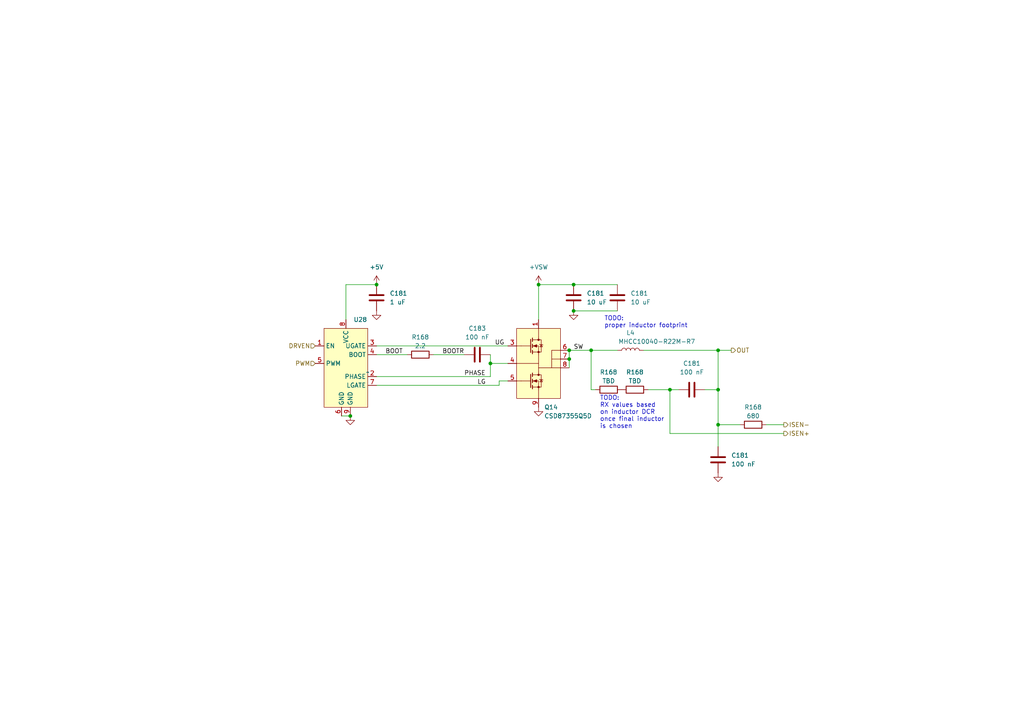
<source format=kicad_sch>
(kicad_sch (version 20230121) (generator eeschema)
  (paper "A4")
  (lib_symbols
    (symbol "Device:C" (pin_numbers hide) (pin_names (offset 0.254))
      (property "Reference" "C" (at 0.635 2.54 0))
      (property "Value" "C" (at 0.635 -2.54 0))
      (symbol "C_0_1"
        (polyline (pts (xy -2.032 -0.762) (xy 2.032 -0.762)) (stroke (width 0.508)))
        (polyline (pts (xy -2.032 0.762) (xy 2.032 0.762)) (stroke (width 0.508)))
      )
      (symbol "C_1_1"
        (pin passive line (at 0 3.81 270) (length 2.794) (name "~") (number "1"))
        (pin passive line (at 0 -3.81 90) (length 2.794) (name "~") (number "2"))
      )
    )
    (symbol "Device:L" (pin_numbers hide) (pin_names (offset 1.016) hide)
      (property "Reference" "L" (at -1.27 0 90))
      (property "Value" "L" (at 1.905 0 90))
      (symbol "L_0_1"
        (arc (start 0 -2.54) (mid 0.6323 -1.905) (end 0 -1.27))
        (arc (start 0 -1.27) (mid 0.6323 -0.635) (end 0 0))
        (arc (start 0 0) (mid 0.6323 0.635) (end 0 1.27))
        (arc (start 0 1.27) (mid 0.6323 1.905) (end 0 2.54))
      )
      (symbol "L_1_1"
        (pin passive line (at 0 3.81 270) (length 1.27) (name "1") (number "1"))
        (pin passive line (at 0 -3.81 90) (length 1.27) (name "2") (number "2"))
      )
    )
    (symbol "Device:R" (pin_numbers hide) (pin_names (offset 0))
      (property "Reference" "R" (at 2.032 0 90))
      (property "Value" "R" (at 0 0 90))
      (symbol "R_0_1"
        (rectangle (start -1.016 -2.54) (end 1.016 2.54) (stroke (width 0.254)))
      )
      (symbol "R_1_1"
        (pin passive line (at 0 3.81 270) (length 1.27) (name "~") (number "1"))
        (pin passive line (at 0 -3.81 90) (length 1.27) (name "~") (number "2"))
      )
    )
    (symbol "local:CSD87355Q5D" (pin_names (offset 0.002) hide)
      (property "Reference" "Q" (at 2.54 15.24 0))
      (property "Value" "CSD87355Q5D" (at 3.81 -15.24 0))
      (symbol "CSD87355Q5D_0_1"
        (circle (center 0 -6.858) (radius 0.254) (fill (type outline)))
        (circle (center 0 -3.302) (radius 0.254) (fill (type outline)))
        (polyline (pts (xy -2.286 -5.08) (xy -5.08 -5.08)))
        (polyline (pts (xy -2.286 -3.175) (xy -2.286 -6.985)) (stroke (width 0.254)))
        (polyline (pts (xy -2.286 5.08) (xy -5.08 5.08)))
        (polyline (pts (xy -2.286 6.985) (xy -2.286 3.175)) (stroke (width 0.254)))
        (polyline (pts (xy -1.778 -6.35) (xy -1.778 -7.366)) (stroke (width 0.254)))
        (polyline (pts (xy -1.778 -4.572) (xy -1.778 -5.588)) (stroke (width 0.254)))
        (polyline (pts (xy -1.778 -2.794) (xy -1.778 -3.81)) (stroke (width 0.254)))
        (polyline (pts (xy -1.778 3.81) (xy -1.778 2.794)) (stroke (width 0.254)))
        (polyline (pts (xy -1.778 5.588) (xy -1.778 4.572)) (stroke (width 0.254)))
        (polyline (pts (xy -1.778 7.366) (xy -1.778 6.35)) (stroke (width 0.254)))
        (polyline (pts (xy 0 -2.54) (xy 0 -3.302)))
        (polyline (pts (xy 0 7.62) (xy 0 6.858)))
        (polyline (pts (xy 0 -7.62) (xy 0 -5.08) (xy -1.778 -5.08)))
        (polyline (pts (xy 0 2.54) (xy 0 5.08) (xy -1.778 5.08)))
        (polyline (pts (xy -1.778 -6.858) (xy 0.762 -6.858) (xy 0.762 -3.302) (xy -1.778 -3.302)))
        (polyline (pts (xy -1.778 3.302) (xy 0.762 3.302) (xy 0.762 6.858) (xy -1.778 6.858)))
        (polyline (pts (xy -1.524 -5.08) (xy -0.508 -4.699) (xy -0.508 -5.461) (xy -1.524 -5.08)) (fill (type outline)))
        (polyline (pts (xy -1.524 5.08) (xy -0.508 5.461) (xy -0.508 4.699) (xy -1.524 5.08)) (fill (type outline)))
        (polyline (pts (xy 0.254 -4.572) (xy 0.381 -4.699) (xy 1.143 -4.699) (xy 1.27 -4.826)))
        (polyline (pts (xy 0.254 5.588) (xy 0.381 5.461) (xy 1.143 5.461) (xy 1.27 5.334)))
        (polyline (pts (xy 0.762 -4.699) (xy 0.381 -5.334) (xy 1.143 -5.334) (xy 0.762 -4.699)))
        (polyline (pts (xy 0.762 5.461) (xy 0.381 4.826) (xy 1.143 4.826) (xy 0.762 5.461)))
        (circle (center 0 3.302) (radius 0.254) (fill (type outline)))
        (circle (center 0 6.858) (radius 0.254) (fill (type outline)))
      )
      (symbol "CSD87355Q5D_1_1"
        (rectangle (start -6.35 10.16) (end 6.35 -10.16) (fill (type background)))
        (polyline (pts (xy -6.35 -5.08) (xy -5.08 -5.08)))
        (polyline (pts (xy -6.35 0) (xy 0 0)))
        (polyline (pts (xy -5.08 5.08) (xy -6.35 5.08)))
        (polyline (pts (xy 0 -7.62) (xy 0 -10.16)))
        (polyline (pts (xy 0 2.54) (xy 0 -2.54)))
        (polyline (pts (xy 0 10.16) (xy 0 7.62)))
        (polyline (pts (xy 3.81 -1.27) (xy 0 -1.27)))
        (polyline (pts (xy 3.81 3.81) (xy 6.35 3.81)))
        (polyline (pts (xy 6.35 1.27) (xy 3.81 1.27)))
        (polyline (pts (xy 6.35 -1.27) (xy 3.81 -1.27) (xy 3.81 3.81)))
        (pin passive line (at 0 12.7 270) (length 2.54) (name "VIN") (number "1"))
        (pin passive line (at -8.89 5.08 0) (length 2.54) (name "TG") (number "3"))
        (pin passive line (at -8.89 0 0) (length 2.54) (name "TG") (number "4"))
        (pin passive line (at -8.89 -5.08 0) (length 2.54) (name "BG") (number "5"))
        (pin passive line (at 8.89 3.81 180) (length 2.54) (name "VSW") (number "6"))
        (pin passive line (at 8.89 1.27 180) (length 2.54) (name "VSW") (number "7"))
        (pin passive line (at 8.89 -1.27 180) (length 2.54) (name "VSW") (number "8"))
        (pin passive line (at 0 -12.7 90) (length 2.54) (name "PGND") (number "9"))
      )
    )
    (symbol "local:RT9610C"
      (property "Reference" "U" (at 6.35 -1.27 0))
      (symbol "RT9610C_1_1"
        (rectangle (start -6.35 11.43) (end 6.35 -11.43) (fill (type background)))
        (pin input line (at -8.89 6.35 0) (length 2.54) (name "EN") (number "1"))
        (pin passive line (at 8.89 -2.54 180) (length 2.54) (name "PHASE") (number "2"))
        (pin output line (at 8.89 6.35 180) (length 2.54) (name "UGATE") (number "3"))
        (pin passive line (at 8.89 3.81 180) (length 2.54) (name "BOOT") (number "4"))
        (pin input line (at -8.89 1.27 0) (length 2.54) (name "PWM") (number "5"))
        (pin power_in line (at -1.27 -13.97 90) (length 2.54) (name "GND") (number "6"))
        (pin output line (at 8.89 -5.08 180) (length 2.54) (name "LGATE") (number "7"))
        (pin power_in line (at 0 13.97 270) (length 2.54) (name "VCC") (number "8"))
        (pin power_in line (at 1.27 -13.97 90) (length 2.54) (name "GND") (number "9"))
      )
    )
    (symbol "power:+5V" (power) (pin_names (offset 0))
      (property "Value" "+5V" (at 0 3.556 0))
      (symbol "+5V_0_1"
        (polyline (pts (xy -0.762 1.27) (xy 0 2.54)))
        (polyline (pts (xy 0 0) (xy 0 2.54)))
        (polyline (pts (xy 0 2.54) (xy 0.762 1.27)))
      )
      (symbol "+5V_1_1"
        (pin power_in line (at 0 0 90) (length 0) hide (name "+5V") (number "1"))
      )
    )
    (symbol "power:+VSW" (power) (pin_names (offset 0))
      (property "Value" "+VSW" (at 0 3.556 0))
      (symbol "+VSW_0_1"
        (polyline (pts (xy -0.762 1.27) (xy 0 2.54)))
        (polyline (pts (xy 0 0) (xy 0 2.54)))
        (polyline (pts (xy 0 2.54) (xy 0.762 1.27)))
      )
      (symbol "+VSW_1_1"
        (pin power_in line (at 0 0 90) (length 0) hide (name "+VSW") (number "1"))
      )
    )
    (symbol "power:GND" (power) (pin_names (offset 0))
      (property "Value" "GND" (at 0 -3.81 0))
      (symbol "GND_0_1"
        (polyline (pts (xy 0 0) (xy 0 -1.27) (xy 1.27 -1.27) (xy 0 -2.54) (xy -1.27 -1.27) (xy 0 -1.27)))
      )
      (symbol "GND_1_1"
        (pin power_in line (at 0 0 270) (length 0) hide (name "GND") (number "1"))
      )
    )
  )
  (junction (at 156.21 82.55))
  (junction (at 142.24 105.41))
  (junction (at 208.28 123.19))
  (junction (at 101.6 120.65))
  (junction (at 208.28 113.03))
  (junction (at 109.22 82.55))
  (junction (at 208.28 101.6))
  (junction (at 165.1 104.14))
  (junction (at 171.45 101.6))
  (junction (at 194.31 113.03))
  (junction (at 166.37 82.55))
  (junction (at 165.1 101.6))
  (junction (at 166.37 90.17))
  (wire (pts (xy 194.31 113.03) (xy 187.96 113.03)))
  (wire (pts (xy 147.32 100.33) (xy 109.22 100.33)))
  (wire (pts (xy 125.73 102.87) (xy 134.62 102.87)))
  (wire (pts (xy 171.45 101.6) (xy 165.1 101.6)))
  (wire (pts (xy 179.07 90.17) (xy 166.37 90.17)))
  (wire (pts (xy 172.72 113.03) (xy 171.45 113.03)))
  (wire (pts (xy 100.33 92.71) (xy 100.33 82.55)))
  (wire (pts (xy 109.22 102.87) (xy 118.11 102.87)))
  (wire (pts (xy 165.1 106.68) (xy 165.1 104.14)))
  (wire (pts (xy 227.33 123.19) (xy 222.25 123.19)))
  (wire (pts (xy 156.21 92.71) (xy 156.21 82.55)))
  (wire (pts (xy 179.07 101.6) (xy 171.45 101.6)))
  (wire (pts (xy 179.07 82.55) (xy 166.37 82.55)))
  (wire (pts (xy 142.24 102.87) (xy 142.24 105.41)))
  (wire (pts (xy 208.28 113.03) (xy 208.28 101.6)))
  (wire (pts (xy 227.33 125.73) (xy 194.31 125.73)))
  (wire (pts (xy 142.24 105.41) (xy 147.32 105.41)))
  (wire (pts (xy 156.21 82.55) (xy 166.37 82.55)))
  (wire (pts (xy 194.31 113.03) (xy 194.31 125.73)))
  (wire (pts (xy 204.47 113.03) (xy 208.28 113.03)))
  (wire (pts (xy 100.33 82.55) (xy 109.22 82.55)))
  (wire (pts (xy 208.28 123.19) (xy 208.28 113.03)))
  (wire (pts (xy 208.28 101.6) (xy 212.09 101.6)))
  (wire (pts (xy 208.28 129.54) (xy 208.28 123.19)))
  (wire (pts (xy 165.1 104.14) (xy 165.1 101.6)))
  (wire (pts (xy 99.06 120.65) (xy 101.6 120.65)))
  (wire (pts (xy 186.69 101.6) (xy 208.28 101.6)))
  (wire (pts (xy 109.22 111.76) (xy 144.78 111.76)))
  (wire (pts (xy 214.63 123.19) (xy 208.28 123.19)))
  (wire (pts (xy 171.45 113.03) (xy 171.45 101.6)))
  (wire (pts (xy 142.24 109.22) (xy 142.24 105.41)))
  (wire (pts (xy 109.22 109.22) (xy 142.24 109.22)))
  (wire (pts (xy 144.78 110.49) (xy 147.32 110.49)))
  (wire (pts (xy 196.85 113.03) (xy 194.31 113.03)))
  (wire (pts (xy 144.78 111.76) (xy 144.78 110.49)))
  (text "TODO:\nRX values based\non inductor DCR\nonce final inductor\nis chosen" (at 173.99 124.46 0) (effects (font (size 1.27 1.27)) (justify left bottom)))
  (text "TODO:\nproper inductor footprint" (at 175.26 95.25 0) (effects (font (size 1.27 1.27)) (justify left bottom)))
  (label "PHASE" (at 134.62 109.22 0))
  (label "UG" (at 143.51 100.33 0))
  (label "LG" (at 138.43 111.76 0))
  (label "BOOTR" (at 128.27 102.87 0))
  (label "SW" (at 166.37 101.6 0))
  (label "BOOT" (at 111.76 102.87 0))
  (hierarchical_label "PWM" (shape input) (at 91.44 105.41 180))
  (hierarchical_label "OUT" (shape output) (at 212.09 101.6 0))
  (hierarchical_label "DRVEN" (shape input) (at 91.44 100.33 180))
  (hierarchical_label "ISEN-" (shape output) (at 227.33 123.19 0))
  (hierarchical_label "ISEN+" (shape output) (at 227.33 125.73 0))
  (symbol (lib_id "local:CSD87355Q5D") (at 156.21 105.41 0) (unit 1)
    (property "Reference" "Q14" (at 157.8611 118.11 0) (effects (justify left)))
    (property "Value" "CSD87355Q5D" (at 157.8611 120.65 0) (effects (justify left)))
    (property "Footprint" "local:DFN-8-1EP_6x5mm_P1.27mm_TI_Q5D" (effects hide))
    (property "Datasheet" "https://www.ti.com/lit/ds/symlink/csd87355q5d.pdf" (effects hide))
    (instances (project "virgo-rpl-uph" (path "" (reference "Q14") (unit 1)) (path "" (reference "Q14") (unit 1)) (path "" (reference "Q15") (unit 1)) (path "" (reference "Q15") (unit 1)) (path "" (reference "Q16") (unit 1)) (path "" (reference "Q17") (unit 1)) (path "" (reference "Q18") (unit 1)) (path "" (reference "Q19") (unit 1))))
  )
  (symbol (lib_id "Device:C") (at 179.07 86.36 180) (unit 1)
    (property "Reference" "C181" (at 182.88 85.09 0) (effects (justify right)))
    (property "Value" "10 uF" (at 182.88 87.63 0) (effects (justify right)))
    (property "Footprint" "local:C_0805_2012Metric" (effects hide))
    (instances (project "virgo-rpl-uph" (path "" (reference "C181") (unit 1)) (path "" (reference "C185") (unit 1)) (path "" (reference "C243") (unit 1)) (path "" (reference "C245") (unit 1)) (path "" (reference "C251") (unit 1)) (path "" (reference "C257") (unit 1)) (path "" (reference "C263") (unit 1)) (path "" (reference "C269") (unit 1))) (project "ffvb676" (path "" (reference "C17") (unit 1)) (path "" (reference "C205") (unit 1)) (path "" (reference "C176") (unit 1)) (path "" (reference "C100") (unit 1))))
  )
  (symbol (lib_id "Device:R") (at 218.44 123.19 90) (unit 1)
    (property "Reference" "R168" (at 218.44 118.11 90))
    (property "Value" "680" (at 218.44 120.65 90))
    (property "Footprint" "local:R_0603_1608Metric" (effects hide))
    (instances (project "virgo-rpl-uph" (path "" (reference "R168") (unit 1)) (path "" (reference "R184") (unit 1)) (path "" (reference "R172") (unit 1)) (path "" (reference "R175") (unit 1)) (path "" (reference "R181") (unit 1)) (path "" (reference "R187") (unit 1))))
  )
  (symbol (lib_id "power:+5V") (at 109.22 82.55 0) (unit 1)
    (property "Reference" "#PWR0260" (effects hide))
    (property "Value" "+5V" (at 109.22 77.47 0))
    (instances (project "virgo-rpl-uph" (path "" (reference "#PWR0260") (unit 1)) (path "" (reference "#PWR0289") (unit 1)) (path "" (reference "#PWR0286") (unit 1)) (path "" (reference "#PWR0287") (unit 1)) (path "" (reference "#PWR0288") (unit 1)) (path "" (reference "#PWR0290") (unit 1))))
  )
  (symbol (lib_id "power:+VSW") (at 156.21 82.55 0) (unit 1)
    (property "Reference" "#PWR060" (effects hide))
    (property "Value" "+VSW" (at 156.21 77.47 0))
    (instances (project "virgo-rpl-uph" (path "" (reference "#PWR060") (unit 1)) (path "" (reference "#PWR0232") (unit 1)) (path "" (reference "#PWR0261") (unit 1)) (path "" (reference "#PWR0261") (unit 1)) (path "" (reference "#PWR0267") (unit 1)) (path "" (reference "#PWR0273") (unit 1)) (path "" (reference "#PWR0278") (unit 1)) (path "" (reference "#PWR0283") (unit 1))))
  )
  (symbol (lib_id "power:GND") (at 156.21 118.11 0) (unit 1)
    (property "Reference" "#PWR0231" (effects hide))
    (property "Value" "ground" (effects hide))
    (instances (project "virgo-rpl-uph" (path "" (reference "#PWR0231") (unit 1)) (path "" (reference "#PWR0235") (unit 1)) (path "" (reference "#PWR0262") (unit 1)) (path "" (reference "#PWR0262") (unit 1)) (path "" (reference "#PWR0268") (unit 1)) (path "" (reference "#PWR0274") (unit 1)) (path "" (reference "#PWR0279") (unit 1)) (path "" (reference "#PWR0284") (unit 1))) (project "ffvb676" (path "" (reference "#PWR0473") (unit 1)) (path "" (reference "#PWR0238") (unit 1))))
  )
  (symbol (lib_id "Device:C") (at 138.43 102.87 270) (unit 1)
    (property "Reference" "C183" (at 138.43 95.25 90))
    (property "Value" "100 nF" (at 138.43 97.79 90))
    (property "Footprint" "local:C_0402_1005Metric" (effects hide))
    (instances (project "virgo-rpl-uph" (path "" (reference "C183") (unit 1)) (path "" (reference "C183") (unit 1)) (path "" (reference "C247") (unit 1)) (path "" (reference "C242") (unit 1)) (path "" (reference "C249") (unit 1)) (path "" (reference "C255") (unit 1)) (path "" (reference "C261") (unit 1)) (path "" (reference "C267") (unit 1))) (project "ffvb676" (path "" (reference "C17") (unit 1)) (path "" (reference "C205") (unit 1)) (path "" (reference "C176") (unit 1)) (path "" (reference "C100") (unit 1))))
  )
  (symbol (lib_id "Device:R") (at 121.92 102.87 90) (unit 1)
    (property "Reference" "R168" (at 121.92 97.79 90))
    (property "Value" "2.2" (at 121.92 100.33 90))
    (property "Footprint" "local:R_0402_1005Metric" (effects hide))
    (instances (project "virgo-rpl-uph" (path "" (reference "R168") (unit 1)) (path "" (reference "R191") (unit 1)) (path "" (reference "R188") (unit 1)) (path "" (reference "R189") (unit 1)) (path "" (reference "R190") (unit 1)) (path "" (reference "R192") (unit 1))))
  )
  (symbol (lib_id "power:GND") (at 101.6 120.65 0) (unit 1)
    (property "Reference" "#PWR0231" (effects hide))
    (property "Value" "ground" (effects hide))
    (instances (project "virgo-rpl-uph" (path "" (reference "#PWR0231") (unit 1)) (path "" (reference "#PWR0236") (unit 1)) (path "" (reference "#PWR0259") (unit 1)) (path "" (reference "#PWR0260") (unit 1)) (path "" (reference "#PWR0265") (unit 1)) (path "" (reference "#PWR0272") (unit 1)) (path "" (reference "#PWR0277") (unit 1)) (path "" (reference "#PWR0282") (unit 1))) (project "ffvb676" (path "" (reference "#PWR0473") (unit 1)) (path "" (reference "#PWR0238") (unit 1))))
  )
  (symbol (lib_id "local:RT9610C") (at 100.33 106.68 0) (unit 1)
    (property "Reference" "U28" (at 102.5241 92.71 0) (effects (justify left)))
    (property "Value" "~" (at 106.68 107.95 0))
    (property "Footprint" "Package_DFN_QFN:DFN-8-1EP_2x2mm_P0.5mm_EP0.6x1.2mm" (effects hide))
    (property "Datasheet" "https://www.richtek.com/assets/product_file/RT9610C/DS9610C-02.pdf" (effects hide))
    (instances (project "virgo-rpl-uph" (path "" (reference "U28") (unit 1)) (path "" (reference "U28") (unit 1)) (path "" (reference "U29") (unit 1)) (path "" (reference "U30") (unit 1)) (path "" (reference "U31") (unit 1)) (path "" (reference "U32") (unit 1))))
  )
  (symbol (lib_id "Device:R") (at 184.15 113.03 90) (unit 1)
    (property "Reference" "R168" (at 184.15 107.95 90))
    (property "Value" "TBD" (at 184.15 110.49 90))
    (property "Footprint" "local:R_0603_1608Metric" (effects hide))
    (instances (project "virgo-rpl-uph" (path "" (reference "R168") (unit 1)) (path "" (reference "R171") (unit 1)) (path "" (reference "R174") (unit 1)) (path "" (reference "R180") (unit 1)) (path "" (reference "R183") (unit 1)) (path "" (reference "R186") (unit 1))))
  )
  (symbol (lib_id "power:GND") (at 109.22 90.17 0) (unit 1)
    (property "Reference" "#PWR0231" (effects hide))
    (property "Value" "ground" (effects hide))
    (instances (project "virgo-rpl-uph" (path "" (reference "#PWR0231") (unit 1)) (path "" (reference "#PWR0236") (unit 1)) (path "" (reference "#PWR0259") (unit 1)) (path "" (reference "#PWR0294") (unit 1)) (path "" (reference "#PWR0291") (unit 1)) (path "" (reference "#PWR0292") (unit 1)) (path "" (reference "#PWR0293") (unit 1)) (path "" (reference "#PWR0295") (unit 1))) (project "ffvb676" (path "" (reference "#PWR0473") (unit 1)) (path "" (reference "#PWR0238") (unit 1))))
  )
  (symbol (lib_id "Device:C") (at 208.28 133.35 0) (unit 1)
    (property "Reference" "C181" (at 212.09 132.08 0) (effects (justify left)))
    (property "Value" "100 nF" (at 212.09 134.62 0) (effects (justify left)))
    (property "Footprint" "local:C_0603_1608Metric" (effects hide))
    (instances (project "virgo-rpl-uph" (path "" (reference "C181") (unit 1)) (path "" (reference "C188") (unit 1)) (path "" (reference "C246") (unit 1)) (path "" (reference "C254") (unit 1)) (path "" (reference "C246") (unit 1)) (path "" (reference "C247") (unit 1)) (path "" (reference "C252") (unit 1)) (path "" (reference "C258") (unit 1))) (project "ffvb676" (path "" (reference "C17") (unit 1)) (path "" (reference "C205") (unit 1)) (path "" (reference "C176") (unit 1)) (path "" (reference "C100") (unit 1))))
  )
  (symbol (lib_id "power:GND") (at 166.37 90.17 0) (unit 1)
    (property "Reference" "#PWR0227" (effects hide))
    (property "Value" "ground" (effects hide))
    (instances (project "virgo-rpl-uph" (path "" (reference "#PWR0227") (unit 1)) (path "" (reference "#PWR0233") (unit 1)) (path "" (reference "#PWR0263") (unit 1)) (path "" (reference "#PWR0263") (unit 1)) (path "" (reference "#PWR0269") (unit 1)) (path "" (reference "#PWR0275") (unit 1)) (path "" (reference "#PWR0280") (unit 1)) (path "" (reference "#PWR0285") (unit 1))) (project "ffvb676" (path "" (reference "#PWR0473") (unit 1)) (path "" (reference "#PWR0238") (unit 1))))
  )
  (symbol (lib_id "power:GND") (at 208.28 137.16 0) (unit 1)
    (property "Reference" "#PWR0231" (effects hide))
    (property "Value" "ground" (effects hide))
    (instances (project "virgo-rpl-uph" (path "" (reference "#PWR0231") (unit 1)) (path "" (reference "#PWR0235") (unit 1)) (path "" (reference "#PWR0262") (unit 1)) (path "" (reference "#PWR0276") (unit 1)) (path "" (reference "#PWR0259") (unit 1)) (path "" (reference "#PWR0264") (unit 1)) (path "" (reference "#PWR0271") (unit 1)) (path "" (reference "#PWR0281") (unit 1))) (project "ffvb676" (path "" (reference "#PWR0473") (unit 1)) (path "" (reference "#PWR0238") (unit 1))))
  )
  (symbol (lib_id "Device:R") (at 176.53 113.03 90) (unit 1)
    (property "Reference" "R168" (at 176.53 107.95 90))
    (property "Value" "TBD" (at 176.53 110.49 90))
    (property "Footprint" "local:R_0603_1608Metric" (effects hide))
    (instances (project "virgo-rpl-uph" (path "" (reference "R168") (unit 1)) (path "" (reference "R170") (unit 1)) (path "" (reference "R173") (unit 1)) (path "" (reference "R179") (unit 1)) (path "" (reference "R182") (unit 1)) (path "" (reference "R185") (unit 1))))
  )
  (symbol (lib_id "Device:C") (at 166.37 86.36 180) (unit 1)
    (property "Reference" "C181" (at 170.18 85.09 0) (effects (justify right)))
    (property "Value" "10 uF" (at 170.18 87.63 0) (effects (justify right)))
    (property "Footprint" "local:C_0805_2012Metric" (effects hide))
    (instances (project "virgo-rpl-uph" (path "" (reference "C181") (unit 1)) (path "" (reference "C184") (unit 1)) (path "" (reference "C242") (unit 1)) (path "" (reference "C243") (unit 1)) (path "" (reference "C250") (unit 1)) (path "" (reference "C256") (unit 1)) (path "" (reference "C262") (unit 1)) (path "" (reference "C268") (unit 1))) (project "ffvb676" (path "" (reference "C17") (unit 1)) (path "" (reference "C205") (unit 1)) (path "" (reference "C176") (unit 1)) (path "" (reference "C100") (unit 1))))
  )
  (symbol (lib_id "Device:L") (at 182.88 101.6 90) (unit 1)
    (property "Reference" "L4" (at 182.88 96.52 90))
    (property "Value" "MHCC10040-R22M-R7" (at 190.5 99.06 90))
    (property "Footprint" "Inductor_SMD:L_Chilisin_BMRG00101030" (effects hide))
    (instances (project "virgo-rpl-uph" (path "" (reference "L4") (unit 1)) (path "" (reference "L4") (unit 1)) (path "" (reference "L5") (unit 1)) (path "" (reference "L5") (unit 1)) (path "" (reference "L6") (unit 1)) (path "" (reference "L7") (unit 1)) (path "" (reference "L8") (unit 1)) (path "" (reference "L9") (unit 1))))
  )
  (symbol (lib_id "Device:C") (at 109.22 86.36 0) (unit 1)
    (property "Reference" "C181" (at 113.03 85.09 0) (effects (justify left)))
    (property "Value" "1 uF" (at 113.03 87.63 0) (effects (justify left)))
    (property "Footprint" "local:C_0603_1608Metric" (effects hide))
    (instances (project "virgo-rpl-uph" (path "" (reference "C181") (unit 1)) (path "" (reference "C188") (unit 1)) (path "" (reference "C246") (unit 1)) (path "" (reference "C276") (unit 1)) (path "" (reference "C273") (unit 1)) (path "" (reference "C274") (unit 1)) (path "" (reference "C275") (unit 1)) (path "" (reference "C277") (unit 1))) (project "ffvb676" (path "" (reference "C17") (unit 1)) (path "" (reference "C205") (unit 1)) (path "" (reference "C176") (unit 1)) (path "" (reference "C100") (unit 1))))
  )
  (symbol (lib_id "Device:C") (at 200.66 113.03 270) (unit 1)
    (property "Reference" "C181" (at 200.66 105.41 90))
    (property "Value" "100 nF" (at 200.66 107.95 90))
    (property "Footprint" "local:C_0603_1608Metric" (effects hide))
    (instances (project "virgo-rpl-uph" (path "" (reference "C181") (unit 1)) (path "" (reference "C188") (unit 1)) (path "" (reference "C246") (unit 1)) (path "" (reference "C248") (unit 1)) (path "" (reference "C253") (unit 1)) (path "" (reference "C259") (unit 1)) (path "" (reference "C265") (unit 1)) (path "" (reference "C271") (unit 1))) (project "ffvb676" (path "" (reference "C17") (unit 1)) (path "" (reference "C205") (unit 1)) (path "" (reference "C176") (unit 1)) (path "" (reference "C100") (unit 1))))
  )
)
</source>
